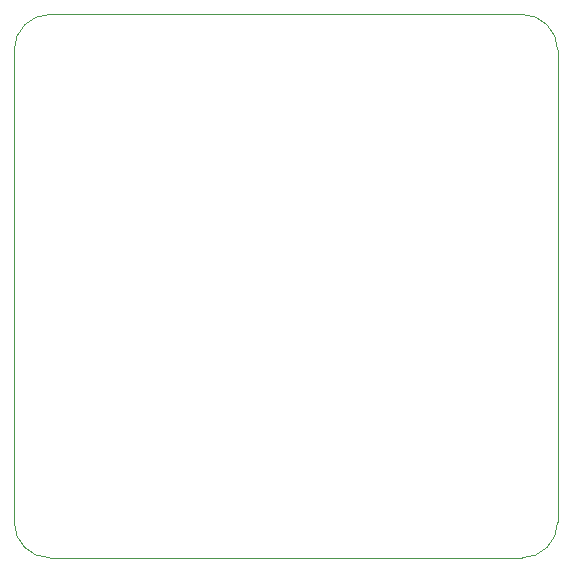
<source format=gbr>
%TF.GenerationSoftware,KiCad,Pcbnew,(5.1.10-1-10_14)*%
%TF.CreationDate,2021-07-28T23:22:07+08:00*%
%TF.ProjectId,maxm8q_board,6d61786d-3871-45f6-926f-6172642e6b69,rev?*%
%TF.SameCoordinates,Original*%
%TF.FileFunction,Profile,NP*%
%FSLAX46Y46*%
G04 Gerber Fmt 4.6, Leading zero omitted, Abs format (unit mm)*
G04 Created by KiCad (PCBNEW (5.1.10-1-10_14)) date 2021-07-28 23:22:07*
%MOMM*%
%LPD*%
G01*
G04 APERTURE LIST*
%TA.AperFunction,Profile*%
%ADD10C,0.100000*%
%TD*%
G04 APERTURE END LIST*
D10*
X103000000Y-106000000D02*
G75*
G02*
X100000000Y-103000000I0J3000000D01*
G01*
X146000000Y-103000000D02*
G75*
G02*
X143000000Y-106000000I-3000000J0D01*
G01*
X143000000Y-60000000D02*
G75*
G02*
X146000000Y-63000000I0J-3000000D01*
G01*
X100000000Y-63000000D02*
G75*
G02*
X103000000Y-60000000I3000000J0D01*
G01*
X100000000Y-103000000D02*
X100000000Y-63000000D01*
X143000000Y-106000000D02*
X103000000Y-106000000D01*
X146000000Y-63000000D02*
X146000000Y-103000000D01*
X103000000Y-60000000D02*
X143000000Y-60000000D01*
M02*

</source>
